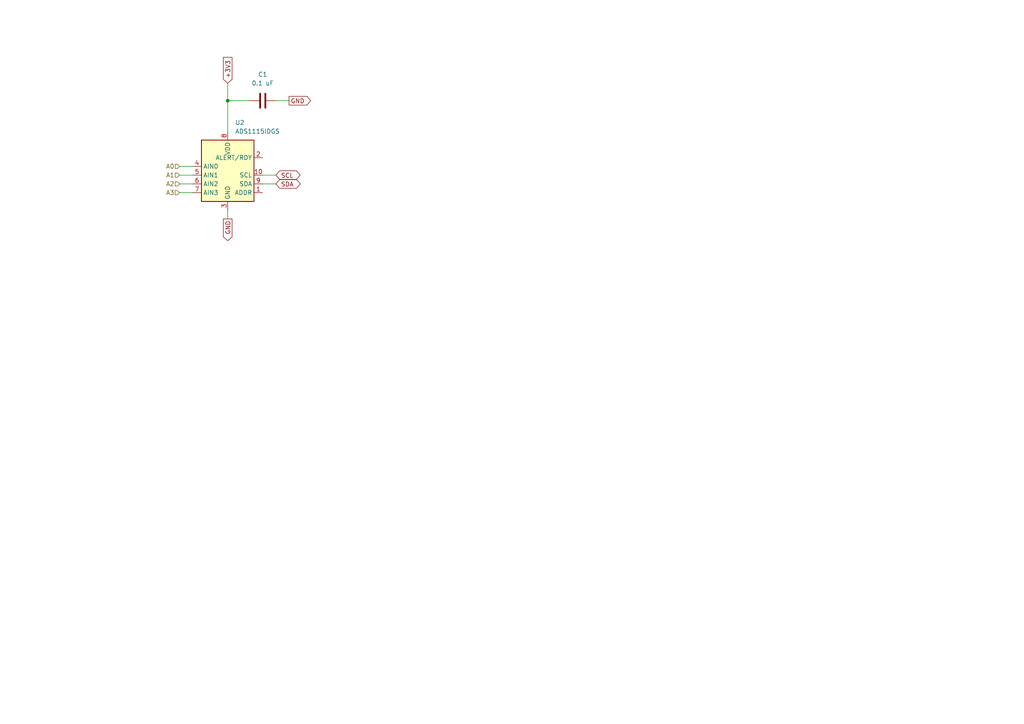
<source format=kicad_sch>
(kicad_sch (version 20250114) (generator "eeschema") (generator_version "9.0")
  (paper "A4")
  (lib_symbols
    (symbol "Analog_ADC:ADS1115IDGS"
      (property "Reference" "U" (at 2.54 13.97 0))
      (property "Value" "ADS1115IDGS" (at 7.62 11.43 0))
      (symbol "ADS1115IDGS_0_1"
        (rectangle (start -7.62 10.16) (end 7.62 -7.62) (stroke (width 0.254)) (fill (type background)))
      )
      (symbol "ADS1115IDGS_1_1"
        (pin input line (at -10.16 2.54 0) (length 2.54) (name "AIN0") (number "4"))
        (pin input line (at -10.16 0 0) (length 2.54) (name "AIN1") (number "5"))
        (pin input line (at -10.16 -2.54 0) (length 2.54) (name "AIN2") (number "6"))
        (pin input line (at -10.16 -5.08 0) (length 2.54) (name "AIN3") (number "7"))
        (pin power_in line (at 0 12.7 270) (length 2.54) (name "VDD") (number "8"))
        (pin power_in line (at 0 -10.16 90) (length 2.54) (name "GND") (number "3"))
        (pin output line (at 10.16 5.08 180) (length 2.54) (name "ALERT/RDY") (number "2"))
        (pin input line (at 10.16 0 180) (length 2.54) (name "SCL") (number "10"))
        (pin bidirectional line (at 10.16 -2.54 180) (length 2.54) (name "SDA") (number "9"))
        (pin input line (at 10.16 -5.08 180) (length 2.54) (name "ADDR") (number "1"))
      )
    )
    (symbol "Device:C" (pin_numbers (hide yes)) (pin_names (offset 0.254))
      (property "Reference" "C" (at 0.635 2.54 0))
      (property "Value" "C" (at 0.635 -2.54 0))
      (symbol "C_0_1"
        (polyline (pts (xy -2.032 0.762) (xy 2.032 0.762)) (stroke (width 0.508)))
        (polyline (pts (xy -2.032 -0.762) (xy 2.032 -0.762)) (stroke (width 0.508)))
      )
      (symbol "C_1_1"
        (pin passive line (at 0 3.81 270) (length 2.794) (name "~") (number "1"))
        (pin passive line (at 0 -3.81 90) (length 2.794) (name "~") (number "2"))
      )
    )
  )
  (junction (at 66.04 29.21))
  (wire (pts (xy 66.04 29.21) (xy 72.39 29.21)))
  (wire (pts (xy 66.04 24.13) (xy 66.04 29.21)))
  (wire (pts (xy 76.2 50.8) (xy 80.01 50.8)))
  (wire (pts (xy 80.01 29.21) (xy 83.82 29.21)))
  (wire (pts (xy 52.07 50.8) (xy 55.88 50.8)))
  (wire (pts (xy 52.07 53.34) (xy 55.88 53.34)))
  (wire (pts (xy 52.07 48.26) (xy 55.88 48.26)))
  (wire (pts (xy 66.04 60.96) (xy 66.04 63.5)))
  (wire (pts (xy 76.2 53.34) (xy 80.01 53.34)))
  (wire (pts (xy 66.04 29.21) (xy 66.04 38.1)))
  (wire (pts (xy 52.07 55.88) (xy 55.88 55.88)))
  (global_label "SCL" (shape bidirectional) (at 80.01 50.8 0) (property "Intersheetrefs" "${INTERSHEET_REFS}" (effects (hide yes))))
  (global_label "+3V3" (shape input) (at 66.04 24.13 90) (property "Intersheetrefs" "${INTERSHEET_REFS}" (effects (hide yes))))
  (global_label "SDA" (shape bidirectional) (at 80.01 53.34 0) (property "Intersheetrefs" "${INTERSHEET_REFS}" (effects (hide yes))))
  (global_label "GND" (shape output) (at 83.82 29.21 0) (property "Intersheetrefs" "${INTERSHEET_REFS}" (effects (hide yes))))
  (global_label "GND" (shape output) (at 66.04 63.5 270) (property "Intersheetrefs" "${INTERSHEET_REFS}" (effects (hide yes))))
  (hierarchical_label "A2" (shape input) (at 52.07 53.34 180))
  (hierarchical_label "A1" (shape input) (at 52.07 50.8 180))
  (hierarchical_label "A0" (shape input) (at 52.07 48.26 180))
  (hierarchical_label "A3" (shape input) (at 52.07 55.88 180))
  (symbol (lib_id "Device:C") (at 76.2 29.21 90) (unit 1)
    (property "Reference" "C1" (at 76.2 21.59 90))
    (property "Value" "0.1 uF" (at 76.2 24.13 90))
    (property "Description" "Unpolarized capacitor" (effects (hide yes)))
    (property "Manufacturer Part Number" "C0603C104M5RACTU" (effects (hide yes)))
    (property "Mouser Part Number" "80-C0603C104M5R" (effects (hide yes)))
    (property "Ullmanna Part Number" "BMCCK351" (effects (hide yes)))
  )
  (symbol (lib_id "Analog_ADC:ADS1115IDGS") (at 66.04 50.8 0) (unit 1)
    (property "Reference" "U2" (at 68.1833 35.56 0) (effects (justify left)))
    (property "Value" "ADS1115IDGS" (at 68.1833 38.1 0) (effects (justify left)))
    (property "Footprint" "Package_SO:TSSOP-10_3x3mm_P0.5mm" (effects (hide yes)))
    (property "Datasheet" "http://www.ti.com/lit/ds/symlink/ads1113.pdf" (effects (hide yes)))
    (property "Description" "Ultra-Small, Low-Power, I2C-Compatible, 860-SPS, 16-Bit ADCs With Internal Reference, Oscillator, and Programmable Comparator, VSSOP-10" (effects (hide yes)))
    (property "Manufacturer Part Number" "ADS1115LIYCJR" (effects (hide yes)))
    (property "Mouser Part Number" "595-ADS1115LIYCJR" (effects (hide yes)))
  )
)
</source>
